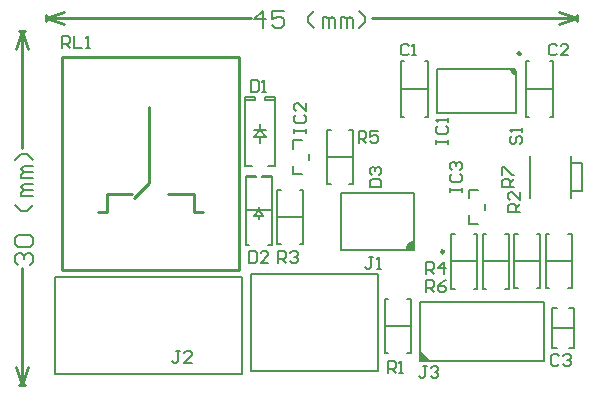
<source format=gto>
G04*
G04 #@! TF.GenerationSoftware,Altium Limited,Altium Designer,23.10.1 (27)*
G04*
G04 Layer_Color=65535*
%FSLAX44Y44*%
%MOMM*%
G71*
G04*
G04 #@! TF.SameCoordinates,FE8EC528-225C-4A11-B971-79AFC16B1169*
G04*
G04*
G04 #@! TF.FilePolarity,Positive*
G04*
G01*
G75*
%ADD10C,0.2000*%
%ADD11C,0.2500*%
%ADD12C,0.2540*%
%ADD13C,0.1500*%
%ADD14C,0.1524*%
G36*
X616543Y969700D02*
X625542D01*
X616543Y978700D01*
Y969700D01*
D02*
G37*
G36*
X612000Y1063077D02*
X605130D01*
Y1066888D01*
X608940Y1070697D01*
X612000D01*
Y1063077D01*
D02*
G37*
G36*
X697457Y1214500D02*
X698207Y1211500D01*
X696707D01*
X693707Y1214500D01*
Y1216500D01*
X697457Y1214500D01*
D02*
G37*
D10*
X693707Y1216000D02*
G03*
X698207Y1211500I4500J0D01*
G01*
X612000Y1070697D02*
G03*
X605130Y1063828I0J-6870D01*
G01*
X715378Y1077000D02*
X718378D01*
Y1031000D02*
Y1077000D01*
X715378Y1031000D02*
X718378D01*
X696378D02*
X699378D01*
X696378D02*
Y1077000D01*
X699378D01*
X696378Y1054000D02*
X718378D01*
X658000Y1107250D02*
Y1114500D01*
X666000D01*
X658000Y1085500D02*
Y1092750D01*
Y1085500D02*
X666000D01*
X672000Y1097500D02*
Y1102500D01*
X606000Y1022000D02*
X609000D01*
Y976000D02*
Y1022000D01*
X606000Y976000D02*
X609000D01*
X587000D02*
X590000D01*
X587000D02*
Y1022000D01*
X590000D01*
X587000Y999000D02*
X609000D01*
X742000Y1077000D02*
X745000D01*
Y1031000D02*
Y1077000D01*
X742000Y1031000D02*
X745000D01*
X723000D02*
X726000D01*
X723000D02*
Y1077000D01*
X726000D01*
X723000Y1054000D02*
X745000D01*
X744750Y1137000D02*
X753500D01*
Y1113000D02*
Y1137000D01*
X744750Y1113000D02*
X753500D01*
X744750Y1107000D02*
Y1143000D01*
X709750Y1107000D02*
Y1143000D01*
X698207Y1179500D02*
Y1214250D01*
X695957Y1216500D02*
X698207Y1214250D01*
X631207Y1216500D02*
X695957D01*
X693707Y1216000D02*
Y1216500D01*
X631207Y1179500D02*
Y1216500D01*
Y1179500D02*
X698207D01*
X308001Y958436D02*
Y1040436D01*
Y958436D02*
X466402D01*
Y1040436D01*
X308001D02*
X466402D01*
X509000Y1149250D02*
Y1156500D01*
X517000D01*
X509000Y1127500D02*
Y1134750D01*
Y1127500D02*
X517000D01*
X523000Y1139500D02*
Y1144500D01*
X481287Y1164500D02*
Y1169750D01*
X476037Y1159250D02*
X481287Y1164500D01*
X486537Y1159250D01*
X485287Y1190500D02*
X493287D01*
X488287Y1134500D02*
X494287D01*
Y1192440D01*
X485287Y1190500D02*
Y1192440D01*
X494287D01*
X468287D02*
X477287D01*
Y1190500D02*
Y1192440D01*
X468287Y1134500D02*
Y1192440D01*
Y1134500D02*
X474287D01*
X469287Y1190500D02*
X477287D01*
X476037Y1159250D02*
X486537D01*
X476037Y1164500D02*
X486537D01*
X481287Y1154000D02*
Y1159250D01*
X473444Y961248D02*
Y1043248D01*
Y961248D02*
X581044D01*
Y1043248D01*
X473444D02*
X581044D01*
X669835Y1030707D02*
X672835D01*
X669835D02*
Y1076707D01*
X672835D01*
X688835D02*
X691835D01*
Y1030707D02*
Y1076707D01*
X688835Y1030707D02*
X691835D01*
X669835Y1053707D02*
X691835D01*
X662293Y1076707D02*
X665293D01*
Y1030707D02*
Y1076707D01*
X662293Y1030707D02*
X665293D01*
X643292D02*
X646292D01*
X643292D02*
Y1076707D01*
X646292D01*
X643292Y1053707D02*
X665293D01*
X616543Y969700D02*
Y1019700D01*
X721543D01*
Y969700D02*
Y1019700D01*
X616543Y969700D02*
X721543D01*
X557000Y1165000D02*
X560000D01*
Y1119000D02*
Y1165000D01*
X557000Y1119000D02*
X560000D01*
X538000D02*
X541000D01*
X538000D02*
Y1165000D01*
X541000D01*
X538000Y1142000D02*
X560000D01*
X612000Y1063077D02*
Y1111338D01*
X550000Y1063077D02*
Y1111338D01*
Y1063077D02*
X612000D01*
X550000Y1111338D02*
X612000D01*
X496000Y1068000D02*
X499000D01*
X496000D02*
Y1114000D01*
X499000D01*
X515000D02*
X518000D01*
Y1068000D02*
Y1114000D01*
X515000Y1068000D02*
X518000D01*
X496000Y1091000D02*
X518000D01*
D11*
X701957Y1229500D02*
G03*
X701957Y1229500I-1250J0D01*
G01*
X636860Y1061807D02*
G03*
X636860Y1061807I-1250J0D01*
G01*
D12*
X750000Y1257460D02*
Y1262540D01*
X300000Y1257460D02*
Y1262540D01*
X734760Y1254920D02*
X750000Y1260000D01*
X734760Y1265080D02*
X750000Y1260000D01*
X300000D02*
X315240Y1254920D01*
X300000Y1260000D02*
X315240Y1265080D01*
X576039Y1260000D02*
X750000D01*
X300000D02*
X473961D01*
X277460Y1248961D02*
X282540D01*
X277460Y948961D02*
X282540D01*
X280000Y1248961D02*
X285080Y1233721D01*
X274920D02*
X280000Y1248961D01*
Y948961D02*
X285080Y964201D01*
X274920D02*
X280000Y948961D01*
Y1150000D02*
Y1248961D01*
Y948961D02*
Y1047922D01*
X387205Y1119870D02*
Y1184640D01*
X374505Y1107170D02*
X387205Y1119870D01*
X351645Y1110980D02*
X373235D01*
X351645Y1095740D02*
Y1110980D01*
X344025Y1095740D02*
X351645D01*
X403715Y1110980D02*
X425305D01*
Y1095740D02*
Y1110980D01*
Y1095740D02*
X432925D01*
X313475Y1226500D02*
X463475D01*
X313475Y1046500D02*
X463475D01*
Y1226500D01*
X313475Y1046500D02*
Y1226500D01*
D13*
X728835Y997000D02*
X746835D01*
X728835Y1014000D02*
X732835D01*
X728835Y980000D02*
Y1014000D01*
Y980000D02*
X732835D01*
X742835D02*
X746835D01*
Y1014000D01*
X742835D02*
X746835D01*
X706500Y1223750D02*
X709000D01*
X706500Y1176250D02*
Y1223750D01*
Y1176250D02*
X709000D01*
X726500D02*
X729000D01*
Y1223750D01*
X726500D02*
X729000D01*
X706500Y1200000D02*
X729000D01*
X469000Y1067790D02*
X472000D01*
X469000D02*
Y1124940D01*
X477460D01*
X482540D02*
X491000D01*
Y1067790D02*
Y1124940D01*
X488000Y1067790D02*
X491000D01*
X469000Y1097000D02*
X491000D01*
X476190Y1091920D02*
X480000Y1097000D01*
X483810Y1091920D01*
X480000Y1097000D02*
Y1099540D01*
Y1089380D02*
Y1091920D01*
X476190D02*
X483810D01*
X491000Y1124940D02*
Y1126210D01*
X482540D02*
X491000D01*
X482540Y1124940D02*
Y1126210D01*
X469000Y1124940D02*
Y1126210D01*
X477460D01*
Y1124940D02*
Y1126210D01*
X620957Y1175750D02*
X623457D01*
Y1223250D01*
X620957D02*
X623457D01*
X600957D02*
X603457D01*
X600957Y1175750D02*
Y1223250D01*
Y1175750D02*
X603457D01*
X600957Y1199500D02*
X623457D01*
X496737Y1052391D02*
X496604Y1062387D01*
X501601Y1062454D01*
X503290Y1060810D01*
X503334Y1057478D01*
X501690Y1055790D01*
X496692Y1055723D01*
X500024Y1055768D02*
X503400Y1052480D01*
X506622Y1060854D02*
X508265Y1062542D01*
X511597Y1062587D01*
X513286Y1060943D01*
X513308Y1059277D01*
X511664Y1057589D01*
X509998Y1057567D01*
X511664Y1057589D01*
X513352Y1055945D01*
X513374Y1054279D01*
X511730Y1052591D01*
X508399Y1052546D01*
X506710Y1054190D01*
X734334Y973332D02*
X732668Y974998D01*
X729335D01*
X727669Y973332D01*
Y966668D01*
X729335Y965002D01*
X732668D01*
X734334Y966668D01*
X737666Y973332D02*
X739332Y974998D01*
X742664D01*
X744331Y973332D01*
Y971666D01*
X742664Y970000D01*
X740998D01*
X742664D01*
X744331Y968334D01*
Y966668D01*
X742664Y965002D01*
X739332D01*
X737666Y966668D01*
X694668Y1160000D02*
X693002Y1158334D01*
Y1155002D01*
X694668Y1153335D01*
X696334D01*
X698000Y1155002D01*
Y1158334D01*
X699666Y1160000D01*
X701332D01*
X702998Y1158334D01*
Y1155002D01*
X701332Y1153335D01*
X702998Y1163332D02*
Y1166665D01*
Y1164998D01*
X693002D01*
X694668Y1163332D01*
X313690Y1234440D02*
Y1244437D01*
X318688D01*
X320354Y1242771D01*
Y1239438D01*
X318688Y1237772D01*
X313690D01*
X317022D02*
X320354Y1234440D01*
X323687Y1244437D02*
Y1234440D01*
X330351D01*
X333684D02*
X337016D01*
X335350D01*
Y1244437D01*
X333684Y1242771D01*
X695998Y1116669D02*
X686002D01*
Y1121668D01*
X687668Y1123334D01*
X691000D01*
X692666Y1121668D01*
Y1116669D01*
Y1120002D02*
X695998Y1123334D01*
X686002Y1126666D02*
Y1133331D01*
X687668D01*
X694332Y1126666D01*
X695998D01*
X621669Y1028002D02*
Y1037998D01*
X626668D01*
X628334Y1036332D01*
Y1033000D01*
X626668Y1031334D01*
X621669D01*
X625002D02*
X628334Y1028002D01*
X638331Y1037998D02*
X634998Y1036332D01*
X631666Y1033000D01*
Y1029668D01*
X633332Y1028002D01*
X636665D01*
X638331Y1029668D01*
Y1031334D01*
X636665Y1033000D01*
X631666D01*
X564669Y1154002D02*
Y1163998D01*
X569668D01*
X571334Y1162332D01*
Y1159000D01*
X569668Y1157334D01*
X564669D01*
X568002D02*
X571334Y1154002D01*
X581331Y1163998D02*
X574666D01*
Y1159000D01*
X577998Y1160666D01*
X579664D01*
X581331Y1159000D01*
Y1155668D01*
X579664Y1154002D01*
X576332D01*
X574666Y1155668D01*
X621669Y1043002D02*
Y1052998D01*
X626668D01*
X628334Y1051332D01*
Y1048000D01*
X626668Y1046334D01*
X621669D01*
X625002D02*
X628334Y1043002D01*
X636665D02*
Y1052998D01*
X631666Y1048000D01*
X638331D01*
X700998Y1095669D02*
X691002D01*
Y1100668D01*
X692668Y1102334D01*
X696000D01*
X697666Y1100668D01*
Y1095669D01*
Y1099002D02*
X700998Y1102334D01*
Y1112331D02*
Y1105666D01*
X694334Y1112331D01*
X692668D01*
X691002Y1110665D01*
Y1107332D01*
X692668Y1105666D01*
X589336Y959002D02*
Y968998D01*
X594334D01*
X596000Y967332D01*
Y964000D01*
X594334Y962334D01*
X589336D01*
X592668D02*
X596000Y959002D01*
X599332D02*
X602664D01*
X600998D01*
Y968998D01*
X599332Y967332D01*
X622334Y964998D02*
X619002D01*
X620668D01*
Y956668D01*
X619002Y955002D01*
X617336D01*
X615669Y956668D01*
X625666Y963332D02*
X627332Y964998D01*
X630664D01*
X632331Y963332D01*
Y961666D01*
X630664Y960000D01*
X628998D01*
X630664D01*
X632331Y958334D01*
Y956668D01*
X630664Y955002D01*
X627332D01*
X625666Y956668D01*
X413334Y977498D02*
X410002D01*
X411668D01*
Y969168D01*
X410002Y967502D01*
X408335D01*
X406669Y969168D01*
X423331Y967502D02*
X416666D01*
X423331Y974166D01*
Y975832D01*
X421665Y977498D01*
X418332D01*
X416666Y975832D01*
X577000Y1056998D02*
X573668D01*
X575334D01*
Y1048668D01*
X573668Y1047002D01*
X572002D01*
X570336Y1048668D01*
X580332Y1047002D02*
X583665D01*
X581998D01*
Y1056998D01*
X580332Y1055332D01*
X642002Y1112504D02*
Y1115836D01*
Y1114170D01*
X651998D01*
Y1112504D01*
Y1115836D01*
X643668Y1127499D02*
X642002Y1125833D01*
Y1122501D01*
X643668Y1120835D01*
X650332D01*
X651998Y1122501D01*
Y1125833D01*
X650332Y1127499D01*
X643668Y1130832D02*
X642002Y1132498D01*
Y1135830D01*
X643668Y1137496D01*
X645334D01*
X647000Y1135830D01*
Y1134164D01*
Y1135830D01*
X648666Y1137496D01*
X650332D01*
X651998Y1135830D01*
Y1132498D01*
X650332Y1130832D01*
X510002Y1162504D02*
Y1165836D01*
Y1164170D01*
X519998D01*
Y1162504D01*
Y1165836D01*
X511668Y1177499D02*
X510002Y1175833D01*
Y1172501D01*
X511668Y1170835D01*
X518332D01*
X519998Y1172501D01*
Y1175833D01*
X518332Y1177499D01*
X519998Y1187496D02*
Y1180832D01*
X513334Y1187496D01*
X511668D01*
X510002Y1185830D01*
Y1182498D01*
X511668Y1180832D01*
X630002Y1153170D02*
Y1156502D01*
Y1154836D01*
X639998D01*
Y1153170D01*
Y1156502D01*
X631668Y1168165D02*
X630002Y1166499D01*
Y1163167D01*
X631668Y1161501D01*
X638332D01*
X639998Y1163167D01*
Y1166499D01*
X638332Y1168165D01*
X639998Y1171498D02*
Y1174830D01*
Y1173164D01*
X630002D01*
X631668Y1171498D01*
X574002Y1116669D02*
X583998D01*
Y1121668D01*
X582332Y1123334D01*
X575668D01*
X574002Y1121668D01*
Y1116669D01*
X575668Y1126666D02*
X574002Y1128332D01*
Y1131665D01*
X575668Y1133331D01*
X577334D01*
X579000Y1131665D01*
Y1129998D01*
Y1131665D01*
X580666Y1133331D01*
X582332D01*
X583998Y1131665D01*
Y1128332D01*
X582332Y1126666D01*
X471669Y1062498D02*
Y1052502D01*
X476668D01*
X478334Y1054168D01*
Y1060832D01*
X476668Y1062498D01*
X471669D01*
X488331Y1052502D02*
X481666D01*
X488331Y1059166D01*
Y1060832D01*
X486665Y1062498D01*
X483332D01*
X481666Y1060832D01*
X473335Y1207498D02*
Y1197502D01*
X478334D01*
X480000Y1199168D01*
Y1205832D01*
X478334Y1207498D01*
X473335D01*
X483332Y1197502D02*
X486665D01*
X484998D01*
Y1207498D01*
X483332Y1205832D01*
X732334Y1236332D02*
X730668Y1237998D01*
X727336D01*
X725669Y1236332D01*
Y1229668D01*
X727336Y1228002D01*
X730668D01*
X732334Y1229668D01*
X742331Y1228002D02*
X735666D01*
X742331Y1234666D01*
Y1236332D01*
X740665Y1237998D01*
X737332D01*
X735666Y1236332D01*
X607000D02*
X605334Y1237998D01*
X602002D01*
X600336Y1236332D01*
Y1229668D01*
X602002Y1228002D01*
X605334D01*
X607000Y1229668D01*
X610332Y1228002D02*
X613665D01*
X611998D01*
Y1237998D01*
X610332Y1236332D01*
D14*
X484119Y1250859D02*
Y1266094D01*
X476501Y1258476D01*
X486658D01*
X501893Y1266094D02*
X491736D01*
Y1258476D01*
X496815Y1261015D01*
X499354D01*
X501893Y1258476D01*
Y1253398D01*
X499354Y1250859D01*
X494276D01*
X491736Y1253398D01*
X527285Y1250859D02*
X522206Y1255937D01*
Y1261015D01*
X527285Y1266094D01*
X534902Y1250859D02*
Y1261015D01*
X537441D01*
X539981Y1258476D01*
Y1250859D01*
Y1258476D01*
X542520Y1261015D01*
X545059Y1258476D01*
Y1250859D01*
X550137D02*
Y1261015D01*
X552677D01*
X555216Y1258476D01*
Y1250859D01*
Y1258476D01*
X557755Y1261015D01*
X560294Y1258476D01*
Y1250859D01*
X565373D02*
X570451Y1255937D01*
Y1261015D01*
X565373Y1266094D01*
X276446Y1050462D02*
X273906Y1053002D01*
Y1058080D01*
X276446Y1060619D01*
X278985D01*
X281524Y1058080D01*
Y1055541D01*
Y1058080D01*
X284063Y1060619D01*
X286602D01*
X289142Y1058080D01*
Y1053002D01*
X286602Y1050462D01*
X276446Y1065697D02*
X273906Y1068237D01*
Y1073315D01*
X276446Y1075854D01*
X286602D01*
X289142Y1073315D01*
Y1068237D01*
X286602Y1065697D01*
X276446D01*
X289142Y1101246D02*
X284063Y1096168D01*
X278985D01*
X273906Y1101246D01*
X289142Y1108864D02*
X278985D01*
Y1111403D01*
X281524Y1113942D01*
X289142D01*
X281524D01*
X278985Y1116481D01*
X281524Y1119020D01*
X289142D01*
Y1124099D02*
X278985D01*
Y1126638D01*
X281524Y1129177D01*
X289142D01*
X281524D01*
X278985Y1131716D01*
X281524Y1134255D01*
X289142D01*
Y1139334D02*
X284063Y1144412D01*
X278985D01*
X273906Y1139334D01*
M02*

</source>
